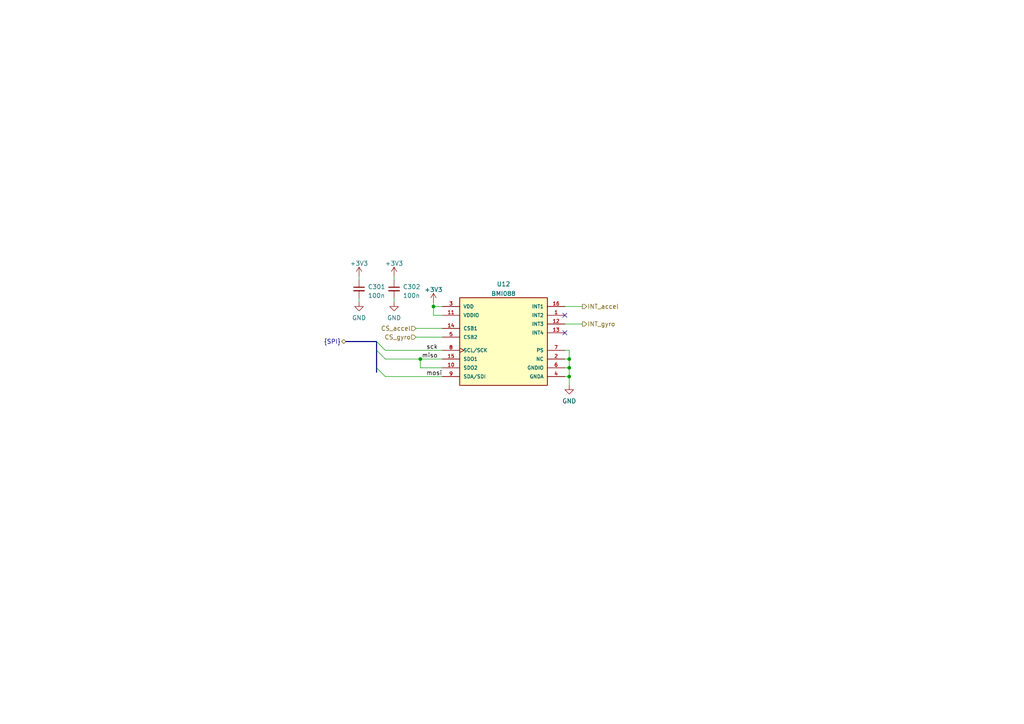
<source format=kicad_sch>
(kicad_sch (version 20231120) (generator "eeschema") (generator_version "8.0")
  (paper "A4")
  (title_block (title "TeleSTERN Rocketry Flight Computer") (date "2023-03-30") (rev "2.2") (company "Space Team Aachen - STAR Dresden - Hochschule Bremen") (comment 1 "Based on Telemega 5.0 by Altusmetrum") (comment 2 "TAPR Open Hardware License"))
  (lib_symbols
    (symbol "Device:C_Small" (pin_numbers hide) (pin_names (offset 0.254) hide)
      (property "Reference" "C" (at 0.254 1.778 0))
      (property "Value" "C_Small" (at 0.254 -2.032 0))
      (symbol "C_Small_0_1"
        (polyline (pts (xy -1.524 -0.508) (xy 1.524 -0.508)) (stroke (width 0.3302)))
        (polyline (pts (xy -1.524 0.508) (xy 1.524 0.508)) (stroke (width 0.3048)))
      )
      (symbol "C_Small_1_1"
        (pin passive line (at 0 2.54 270) (length 2.032) (name "~") (number "1"))
        (pin passive line (at 0 -2.54 90) (length 2.032) (name "~") (number "2"))
      )
    )
    (symbol "lib-telestern:BMI088" (pin_names (offset 1.016))
      (property "Reference" "U" (at -12.7 20.32 0))
      (property "Value" "BMI088" (at -12.7 17.78 0))
      (symbol "BMI088_0_0"
        (rectangle (start -12.7 17.78) (end 12.7 -7.62) (stroke (width 0.254)) (fill (type background)))
        (pin bidirectional line (at 17.78 12.7 180) (length 5.08) (name "INT2") (number "1"))
        (pin output line (at -17.78 -2.54 0) (length 5.08) (name "SDO2") (number "10"))
        (pin power_in line (at -17.78 12.7 0) (length 5.08) (name "VDDIO") (number "11"))
        (pin bidirectional line (at 17.78 10.16 180) (length 5.08) (name "INT3") (number "12"))
        (pin bidirectional line (at 17.78 7.62 180) (length 5.08) (name "INT4") (number "13"))
        (pin input line (at -17.78 8.89 0) (length 5.08) (name "CSB1") (number "14"))
        (pin output line (at -17.78 0 0) (length 5.08) (name "SDO1") (number "15"))
        (pin bidirectional line (at 17.78 15.24 180) (length 5.08) (name "INT1") (number "16"))
        (pin passive line (at 17.78 0 180) (length 5.08) (name "NC") (number "2"))
        (pin power_in line (at -17.78 15.24 0) (length 5.08) (name "VDD") (number "3"))
        (pin power_in line (at 17.78 -5.08 180) (length 5.08) (name "GNDA") (number "4"))
        (pin input line (at -17.78 6.35 0) (length 5.08) (name "CSB2") (number "5"))
        (pin power_in line (at 17.78 -2.54 180) (length 5.08) (name "GNDIO") (number "6"))
        (pin input line (at 17.78 2.54 180) (length 5.08) (name "PS") (number "7"))
        (pin input clock (at -17.78 2.54 0) (length 5.08) (name "SCL/SCK") (number "8"))
        (pin bidirectional line (at -17.78 -5.08 0) (length 5.08) (name "SDA/SDI") (number "9"))
      )
    )
    (symbol "power:+3.3V" (power) (pin_names (offset 0))
      (property "Value" "+3.3V" (at 0 3.556 0))
      (symbol "+3.3V_0_1"
        (polyline (pts (xy -0.762 1.27) (xy 0 2.54)))
        (polyline (pts (xy 0 0) (xy 0 2.54)))
        (polyline (pts (xy 0 2.54) (xy 0.762 1.27)))
      )
      (symbol "+3.3V_1_1"
        (pin power_in line (at 0 0 90) (length 0) hide (name "+3V3") (number "1"))
      )
    )
    (symbol "power:GND" (power) (pin_names (offset 0))
      (property "Value" "GND" (at 0 -3.81 0))
      (symbol "GND_0_1"
        (polyline (pts (xy 0 0) (xy 0 -1.27) (xy 1.27 -1.27) (xy 0 -2.54) (xy -1.27 -1.27) (xy 0 -1.27)))
      )
      (symbol "GND_1_1"
        (pin power_in line (at 0 0 270) (length 0) hide (name "GND") (number "1"))
      )
    )
  )
  (junction (at 165.1 104.14))
  (junction (at 165.1 106.68))
  (junction (at 165.1 109.22))
  (junction (at 125.73 88.9))
  (junction (at 121.92 104.14))
  (no_connect (at 163.83 96.52))
  (no_connect (at 163.83 91.44))
  (bus_entry (at 109.22 101.6) (size 2.54 2.54))
  (bus_entry (at 109.22 106.68) (size 2.54 2.54))
  (bus_entry (at 109.22 99.06) (size 2.54 2.54))
  (wire (pts (xy 163.83 104.14) (xy 165.1 104.14)))
  (wire (pts (xy 165.1 106.68) (xy 165.1 109.22)))
  (bus (pts (xy 109.22 101.6) (xy 109.22 106.68)))
  (wire (pts (xy 163.83 106.68) (xy 165.1 106.68)))
  (wire (pts (xy 163.83 101.6) (xy 165.1 101.6)))
  (wire (pts (xy 125.73 91.44) (xy 125.73 88.9)))
  (bus (pts (xy 109.22 106.68) (xy 109.22 107.95)))
  (wire (pts (xy 128.27 91.44) (xy 125.73 91.44)))
  (wire (pts (xy 120.65 97.79) (xy 128.27 97.79)))
  (wire (pts (xy 125.73 87.63) (xy 125.73 88.9)))
  (wire (pts (xy 165.1 104.14) (xy 165.1 106.68)))
  (wire (pts (xy 114.3 86.36) (xy 114.3 87.63)))
  (wire (pts (xy 165.1 109.22) (xy 163.83 109.22)))
  (wire (pts (xy 165.1 109.22) (xy 165.1 111.76)))
  (wire (pts (xy 111.76 101.6) (xy 128.27 101.6)))
  (wire (pts (xy 128.27 106.68) (xy 121.92 106.68)))
  (wire (pts (xy 163.83 88.9) (xy 168.91 88.9)))
  (bus (pts (xy 100.33 99.06) (xy 109.22 99.06)))
  (wire (pts (xy 120.65 95.25) (xy 128.27 95.25)))
  (wire (pts (xy 114.3 80.01) (xy 114.3 81.28)))
  (wire (pts (xy 125.73 88.9) (xy 128.27 88.9)))
  (wire (pts (xy 121.92 106.68) (xy 121.92 104.14)))
  (wire (pts (xy 104.14 86.36) (xy 104.14 87.63)))
  (wire (pts (xy 165.1 101.6) (xy 165.1 104.14)))
  (wire (pts (xy 121.92 104.14) (xy 128.27 104.14)))
  (bus (pts (xy 109.22 99.06) (xy 109.22 101.6)))
  (wire (pts (xy 111.76 109.22) (xy 128.27 109.22)))
  (wire (pts (xy 111.76 104.14) (xy 121.92 104.14)))
  (wire (pts (xy 104.14 80.01) (xy 104.14 81.28)))
  (wire (pts (xy 163.83 93.98) (xy 168.91 93.98)))
  (label "mosi" (at 128.27 109.22 180))
  (label "miso" (at 127 104.14 180))
  (label "sck" (at 127 101.6 180))
  (hierarchical_label "{SPI}" (shape bidirectional) (at 100.33 99.06 180))
  (hierarchical_label "INT_gyro" (shape output) (at 168.91 93.98 0))
  (hierarchical_label "CS_accel" (shape input) (at 120.65 95.25 180))
  (hierarchical_label "CS_gyro" (shape input) (at 120.65 97.79 180))
  (hierarchical_label "INT_accel" (shape output) (at 168.91 88.9 0))
  (symbol (lib_id "lib-telestern:BMI088") (at 146.05 104.14 0) (unit 1)
    (property "Reference" "U12" (at 146.05 82.3935 0))
    (property "Value" "BMI088" (at 146.05 85.1686 0))
    (property "Footprint" "lib-telestern:bosch-lga-16" (effects (hide yes)))
    (property "Datasheet" "https://www.mouser.de/datasheet/2/783/BST_BMI088_DS001-1509549.pdf" (effects (hide yes)))
    (property "MPN" "BMI088" (effects (hide yes)))
  )
  (symbol (lib_id "power:GND") (at 114.3 87.63 0) (unit 1)
    (property "Reference" "#PWR0193" (effects (hide yes)))
    (property "Value" "GND" (at 114.3 92.1925 0))
  )
  (symbol (lib_id "power:+3.3V") (at 114.3 80.01 0) (unit 1)
    (property "Reference" "#PWR0118" (effects (hide yes)))
    (property "Value" "+3V3" (at 114.3 76.4055 0))
  )
  (symbol (lib_id "power:+3.3V") (at 125.73 87.63 0) (unit 1)
    (property "Reference" "#PWR0135" (effects (hide yes)))
    (property "Value" "+3V3" (at 125.73 84.0255 0))
  )
  (symbol (lib_id "Device:C_Small") (at 104.14 83.82 0) (unit 1)
    (property "Reference" "C301" (at 106.68 83.1913 0) (effects (justify left)))
    (property "Value" "100n" (at 106.68 85.7313 0) (effects (justify left)))
    (property "Footprint" "lib-telestern:C_0402_1005Metric" (effects (hide yes)))
    (property "MPN" "C1005X5R1E104K050BC" (effects (hide yes)))
    (property "note" "Checked" (effects (hide yes)))
  )
  (symbol (lib_id "power:GND") (at 165.1 111.76 0) (unit 1)
    (property "Reference" "#PWR0195" (effects (hide yes)))
    (property "Value" "GND" (at 165.1 116.3225 0))
  )
  (symbol (lib_id "power:+3.3V") (at 104.14 80.01 0) (unit 1)
    (property "Reference" "#PWR0191" (effects (hide yes)))
    (property "Value" "+3V3" (at 104.14 76.4055 0))
  )
  (symbol (lib_id "Device:C_Small") (at 114.3 83.82 0) (unit 1)
    (property "Reference" "C302" (at 116.84 83.1913 0) (effects (justify left)))
    (property "Value" "100n" (at 116.84 85.7313 0) (effects (justify left)))
    (property "Footprint" "lib-telestern:C_0402_1005Metric" (effects (hide yes)))
    (property "MPN" "C1005X5R1E104K050BC" (effects (hide yes)))
    (property "note" "Checked" (effects (hide yes)))
  )
  (symbol (lib_id "power:GND") (at 104.14 87.63 0) (unit 1)
    (property "Reference" "#PWR0192" (effects (hide yes)))
    (property "Value" "GND" (at 104.14 92.1925 0))
  )
)
</source>
